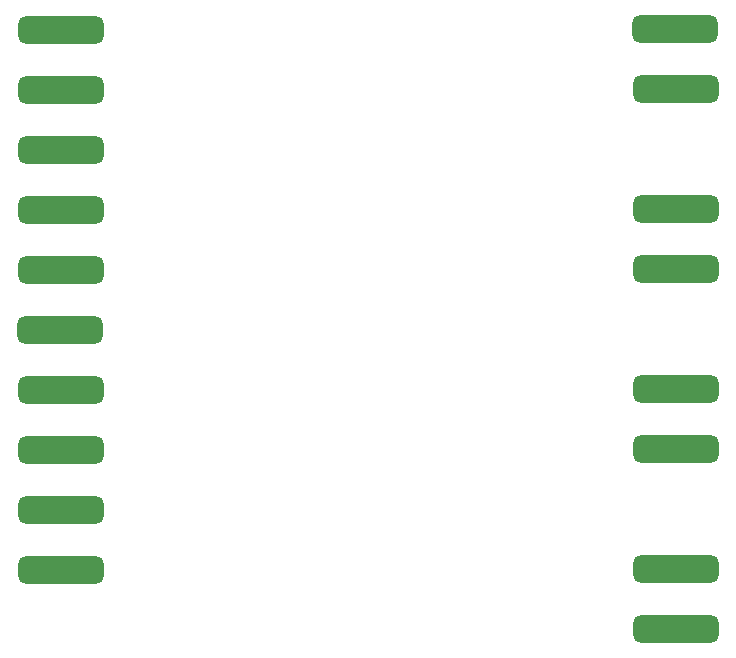
<source format=gbr>
%TF.GenerationSoftware,KiCad,Pcbnew,7.0.10*%
%TF.CreationDate,2024-07-22T09:22:49-04:00*%
%TF.ProjectId,12.X.1 - PLC Connector Combined.kicad_pcb_MERGED,31322e58-2e31-4202-9d20-504c4320436f,rev?*%
%TF.SameCoordinates,Original*%
%TF.FileFunction,Paste,Bot*%
%TF.FilePolarity,Positive*%
%FSLAX46Y46*%
G04 Gerber Fmt 4.6, Leading zero omitted, Abs format (unit mm)*
G04 Created by KiCad (PCBNEW 7.0.10) date 2024-07-22 09:22:49*
%MOMM*%
%LPD*%
G01*
G04 APERTURE LIST*
G04 Aperture macros list*
%AMRoundRect*
0 Rectangle with rounded corners*
0 $1 Rounding radius*
0 $2 $3 $4 $5 $6 $7 $8 $9 X,Y pos of 4 corners*
0 Add a 4 corners polygon primitive as box body*
4,1,4,$2,$3,$4,$5,$6,$7,$8,$9,$2,$3,0*
0 Add four circle primitives for the rounded corners*
1,1,$1+$1,$2,$3*
1,1,$1+$1,$4,$5*
1,1,$1+$1,$6,$7*
1,1,$1+$1,$8,$9*
0 Add four rect primitives between the rounded corners*
20,1,$1+$1,$2,$3,$4,$5,0*
20,1,$1+$1,$4,$5,$6,$7,0*
20,1,$1+$1,$6,$7,$8,$9,0*
20,1,$1+$1,$8,$9,$2,$3,0*%
G04 Aperture macros list end*
%ADD10RoundRect,0.572500X3.045750X0.572500X-3.045750X0.572500X-3.045750X-0.572500X3.045750X-0.572500X0*%
G04 APERTURE END LIST*
D10*
%TO.C,J212*%
X119118250Y-117757224D03*
%TD*%
%TO.C,J215*%
X119048250Y-102547224D03*
%TD*%
%TO.C,J313*%
X171148250Y-107515000D03*
%TD*%
%TO.C,J216*%
X119128250Y-97437224D03*
%TD*%
%TO.C,J303*%
X171118250Y-77025000D03*
%TD*%
%TO.C,J314*%
X171158250Y-112585000D03*
%TD*%
%TO.C,J302*%
X171148250Y-127825000D03*
%TD*%
%TO.C,J305*%
X171138250Y-92265000D03*
%TD*%
%TO.C,J213*%
X119128250Y-112677224D03*
%TD*%
%TO.C,J304*%
X171141750Y-82105000D03*
%TD*%
%TO.C,J219*%
X119098250Y-82187224D03*
%TD*%
%TO.C,J214*%
X119118250Y-107607224D03*
%TD*%
%TO.C,J218*%
X119118250Y-87287224D03*
%TD*%
%TO.C,J301*%
X171138250Y-122735000D03*
%TD*%
%TO.C,J220*%
X119098250Y-77127224D03*
%TD*%
%TO.C,J217*%
X119128250Y-92347224D03*
%TD*%
%TO.C,J306*%
X171158250Y-97345000D03*
%TD*%
%TO.C,J211*%
X119098250Y-122847224D03*
%TD*%
M02*

</source>
